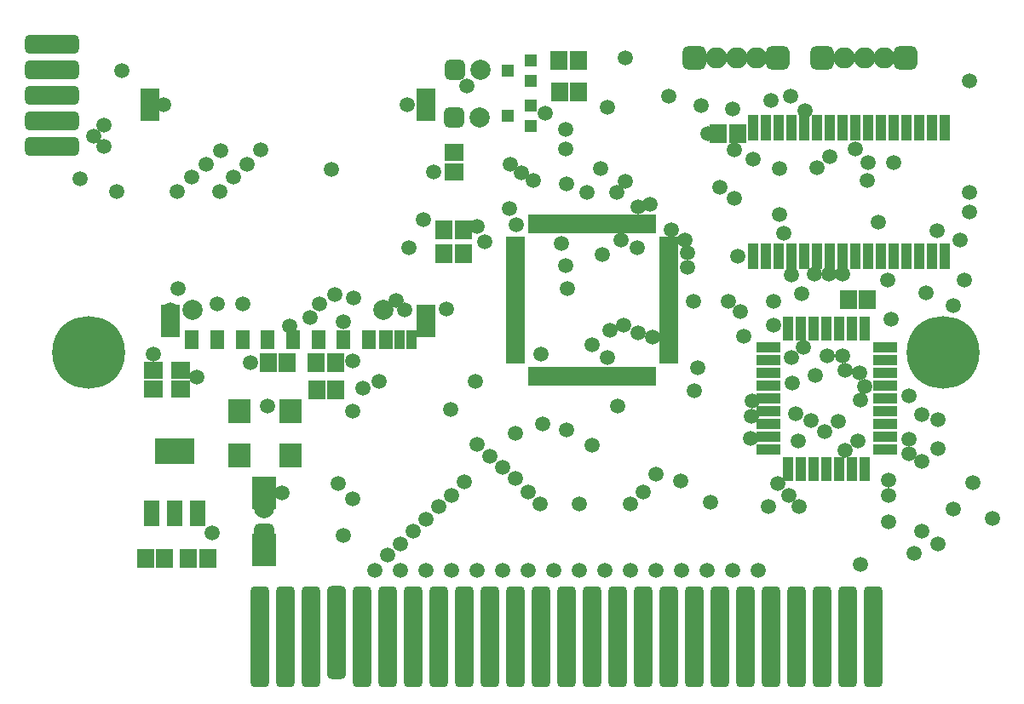
<source format=gts>
G04*
G04  File:            SD-MAPPER-FINAL_VERSION.GTS, Fri Dec 19 17:45:42 2014*
G04  Source:          P-CAD 2002 PCB (6/400) TRIAL VERSION - 1 days left, Version 17.01.22, (E:\Eletro\P-CAD_PCI\SD-Mapper\SD-Mapper-final_version.PCB)*
G04  Format:          Gerber Format (RS-274-D), ASCII*
G04*
G04  Format Options:  Absolute Positioning*
G04                   Leading-Zero Suppression*
G04                   Scale Factor 1:1*
G04                   NO Circular Interpolation*
G04                   Inch Units*
G04                   Numeric Format: 4.4 (XXXX.XXXX)*
G04                   G54 NOT Used for Aperture Change*
G04                   Apertures Embedded*
G04*
G04  File Options:    Offset = (0.0mil,0.0mil)*
G04                   Drill Symbol Size = 80.0mil*
G04                   Pad/Via Holes*
G04*
G04  File Contents:   Pads*
G04                   Vias*
G04                   No Designators*
G04                   No Types*
G04                   No Values*
G04                   No Drill Symbols*
G04                   Top Mask*
G04*
%INSD-MAPPER-FINAL_VERSION.GTS*%
%ICAS*%
%MOIN*%
G04*
G04  Aperture MACROs for general use --- invoked via D-code assignment *
G04*
G04  General MACRO for flashed round with rotation and/or offset hole *
%AMROTOFFROUND*
1,1,$1,0.0000,0.0000*
1,0,$2,$3,$4*%
G04*
G04  General MACRO for flashed oval (obround) with rotation and/or offset hole *
%AMROTOFFOVAL*
21,1,$1,$2,0.0000,0.0000,$3*
1,1,$4,$5,$6*
1,1,$4,0-$5,0-$6*
1,0,$7,$8,$9*%
G04*
G04  General MACRO for flashed oval (obround) with rotation and no hole *
%AMROTOVALNOHOLE*
21,1,$1,$2,0.0000,0.0000,$3*
1,1,$4,$5,$6*
1,1,$4,0-$5,0-$6*%
G04*
G04  General MACRO for flashed rectangle with rotation and/or offset hole *
%AMROTOFFRECT*
21,1,$1,$2,0.0000,0.0000,$3*
1,0,$4,$5,$6*%
G04*
G04  General MACRO for flashed rectangle with rotation and no hole *
%AMROTRECTNOHOLE*
21,1,$1,$2,0.0000,0.0000,$3*%
G04*
G04  General MACRO for flashed rounded-rectangle *
%AMROUNDRECT*
21,1,$1,$2-$4,0.0000,0.0000,$3*
21,1,$1-$4,$2,0.0000,0.0000,$3*
1,1,$4,$5,$6*
1,1,$4,$7,$8*
1,1,$4,0-$5,0-$6*
1,1,$4,0-$7,0-$8*
1,0,$9,$10,$11*%
G04*
G04  General MACRO for flashed rounded-rectangle with rotation and no hole *
%AMROUNDRECTNOHOLE*
21,1,$1,$2-$4,0.0000,0.0000,$3*
21,1,$1-$4,$2,0.0000,0.0000,$3*
1,1,$4,$5,$6*
1,1,$4,$7,$8*
1,1,$4,0-$5,0-$6*
1,1,$4,0-$7,0-$8*%
G04*
G04  General MACRO for flashed regular polygon *
%AMREGPOLY*
5,1,$1,0.0000,0.0000,$2,$3+$4*
1,0,$5,$6,$7*%
G04*
G04  General MACRO for flashed regular polygon with no hole *
%AMREGPOLYNOHOLE*
5,1,$1,0.0000,0.0000,$2,$3+$4*%
G04*
G04  General MACRO for target *
%AMTARGET*
6,0,0,$1,$2,$3,4,$4,$5,$6*%
G04*
G04  General MACRO for mounting hole *
%AMMTHOLE*
1,1,$1,0,0*
1,0,$2,0,0*
$1=$1-$2*
$1=$1/2*
21,1,$2+$1,$3,0,0,$4*
21,1,$3,$2+$1,0,0,$4*%
G04*
G04*
G04  D10 : "Ellipse X10.0mil Y10.0mil H0.0mil 0.0deg (0.0mil,0.0mil) Draw"*
G04  Disc: OuterDia=0.0100*
%ADD10C, 0.0100*%
G04  D11 : "Ellipse X12.0mil Y12.0mil H0.0mil 0.0deg (0.0mil,0.0mil) Draw"*
G04  Disc: OuterDia=0.0120*
%ADD11C, 0.0120*%
G04  D12 : "Ellipse X15.0mil Y15.0mil H0.0mil 0.0deg (0.0mil,0.0mil) Draw"*
G04  Disc: OuterDia=0.0150*
%ADD12C, 0.0150*%
G04  D13 : "Ellipse X17.0mil Y17.0mil H0.0mil 0.0deg (0.0mil,0.0mil) Draw"*
G04  Disc: OuterDia=0.0170*
%ADD13C, 0.0170*%
G04  D14 : "Ellipse X18.0mil Y18.0mil H0.0mil 0.0deg (0.0mil,0.0mil) Draw"*
G04  Disc: OuterDia=0.0180*
%ADD14C, 0.0180*%
G04  D15 : "Ellipse X2.0mil Y2.0mil H0.0mil 0.0deg (0.0mil,0.0mil) Draw"*
G04  Disc: OuterDia=0.0020*
%ADD15C, 0.0020*%
G04  D16 : "Ellipse X20.0mil Y20.0mil H0.0mil 0.0deg (0.0mil,0.0mil) Draw"*
G04  Disc: OuterDia=0.0200*
%ADD16C, 0.0200*%
G04  D17 : "Ellipse X22.0mil Y22.0mil H0.0mil 0.0deg (0.0mil,0.0mil) Draw"*
G04  Disc: OuterDia=0.0220*
%ADD17C, 0.0220*%
G04  D18 : "Ellipse X24.0mil Y24.0mil H0.0mil 0.0deg (0.0mil,0.0mil) Draw"*
G04  Disc: OuterDia=0.0240*
%ADD18C, 0.0240*%
G04  D19 : "Ellipse X26.0mil Y26.0mil H0.0mil 0.0deg (0.0mil,0.0mil) Draw"*
G04  Disc: OuterDia=0.0260*
%ADD19C, 0.0260*%
G04  D20 : "Ellipse X34.0mil Y34.0mil H0.0mil 0.0deg (0.0mil,0.0mil) Draw"*
G04  Disc: OuterDia=0.0340*
%ADD20C, 0.0340*%
G04  D21 : "Ellipse X35.0mil Y35.0mil H0.0mil 0.0deg (0.0mil,0.0mil) Draw"*
G04  Disc: OuterDia=0.0350*
%ADD21C, 0.0350*%
G04  D22 : "Ellipse X40.0mil Y40.0mil H0.0mil 0.0deg (0.0mil,0.0mil) Draw"*
G04  Disc: OuterDia=0.0400*
%ADD22C, 0.0400*%
G04  D23 : "Ellipse X45.0mil Y45.0mil H0.0mil 0.0deg (0.0mil,0.0mil) Draw"*
G04  Disc: OuterDia=0.0450*
%ADD23C, 0.0450*%
G04  D24 : "Ellipse X8.0mil Y8.0mil H0.0mil 0.0deg (0.0mil,0.0mil) Draw"*
G04  Disc: OuterDia=0.0080*
%ADD24C, 0.0080*%
G04  D25 : "Ellipse X285.0mil Y285.0mil H0.0mil 0.0deg (0.0mil,0.0mil) Flash"*
G04  Disc: OuterDia=0.2850*
%ADD25C, 0.2850*%
G04  D26 : "Ellipse X59.0mil Y59.0mil H0.0mil 0.0deg (0.0mil,0.0mil) Flash"*
G04  Disc: OuterDia=0.0590*
%ADD26C, 0.0590*%
G04  D27 : "Ellipse X64.0mil Y64.0mil H0.0mil 0.0deg (0.0mil,0.0mil) Flash"*
G04  Disc: OuterDia=0.0640*
%ADD27C, 0.0640*%
G04  D28 : "Ellipse X68.0mil Y68.0mil H0.0mil 0.0deg (0.0mil,0.0mil) Flash"*
G04  Disc: OuterDia=0.0680*
%ADD28C, 0.0680*%
G04  D29 : "Ellipse X79.0mil Y79.0mil H0.0mil 0.0deg (0.0mil,0.0mil) Flash"*
G04  Disc: OuterDia=0.0790*
%ADD29C, 0.0790*%
G04  D30 : "Ellipse X83.0mil Y83.0mil H0.0mil 0.0deg (0.0mil,0.0mil) Flash"*
G04  Disc: OuterDia=0.0830*
%ADD30C, 0.0830*%
G04  D31 : "Mounting Hole X270.0mil Y270.0mil H0.0mil 0.0deg (0.0mil,0.0mil) Flash"*
G04  Mounting Hole: Diameter=0.2700, Rotation=0.0, LineWidth=0.0050 *
%ADD31MTHOLE, 0.2700 X0.2500 X0.0050 X0.0*%
G04  D32 : "Mounting Hole X44.0mil Y44.0mil H0.0mil 0.0deg (0.0mil,0.0mil) Flash"*
G04  Mounting Hole: Diameter=0.0440, Rotation=0.0, LineWidth=0.0050 *
%ADD32MTHOLE, 0.0440 X0.0240 X0.0050 X0.0*%
G04  D33 : "Mounting Hole X64.0mil Y64.0mil H0.0mil 0.0deg (0.0mil,0.0mil) Flash"*
G04  Mounting Hole: Diameter=0.0640, Rotation=0.0, LineWidth=0.0050 *
%ADD33MTHOLE, 0.0640 X0.0440 X0.0050 X0.0*%
G04  D34 : "Rounded Rectangle X196.9mil Y60.0mil H0.0mil 0.0deg (0.0mil,0.0mil) Flash"*
G04  RoundRct: DimX=0.1969, DimY=0.0600, CornerRad=0.0150, Rotation=0.0, OffsetX=0.0000, OffsetY=0.0000, HoleDia=0.0000 *
%ADD34ROUNDRECTNOHOLE, 0.1969 X0.0600 X0.0 X0.0300 X-0.0834 X-0.0150 X-0.0834 X0.0150*%
G04  D35 : "Rounded Rectangle X60.0mil Y350.0mil H0.0mil 0.0deg (0.0mil,0.0mil) Flash"*
G04  RoundRct: DimX=0.0600, DimY=0.3500, CornerRad=0.0150, Rotation=0.0, OffsetX=0.0000, OffsetY=0.0000, HoleDia=0.0000 *
%ADD35ROUNDRECTNOHOLE, 0.0600 X0.3500 X0.0 X0.0300 X-0.0150 X-0.1600 X-0.0150 X0.1600*%
G04  D36 : "Rounded Rectangle X60.0mil Y380.0mil H0.0mil 0.0deg (0.0mil,0.0mil) Flash"*
G04  RoundRct: DimX=0.0600, DimY=0.3800, CornerRad=0.0150, Rotation=0.0, OffsetX=0.0000, OffsetY=0.0000, HoleDia=0.0000 *
%ADD36ROUNDRECTNOHOLE, 0.0600 X0.3800 X0.0 X0.0300 X-0.0150 X-0.1750 X-0.0150 X0.1750*%
G04  D37 : "Rounded Rectangle X64.0mil Y64.0mil H0.0mil 0.0deg (0.0mil,0.0mil) Flash"*
G04  RoundRct: DimX=0.0640, DimY=0.0640, CornerRad=0.0160, Rotation=0.0, OffsetX=0.0000, OffsetY=0.0000, HoleDia=0.0000 *
%ADD37ROUNDRECTNOHOLE, 0.0640 X0.0640 X0.0 X0.0320 X-0.0160 X-0.0160 X-0.0160 X0.0160*%
G04  D38 : "Rounded Rectangle X211.9mil Y75.0mil H0.0mil 0.0deg (0.0mil,0.0mil) Flash"*
G04  RoundRct: DimX=0.2119, DimY=0.0750, CornerRad=0.0187, Rotation=0.0, OffsetX=0.0000, OffsetY=0.0000, HoleDia=0.0000 *
%ADD38ROUNDRECTNOHOLE, 0.2119 X0.0750 X0.0 X0.0375 X-0.0872 X-0.0187 X-0.0872 X0.0187*%
G04  D39 : "Rounded Rectangle X75.0mil Y365.0mil H0.0mil 0.0deg (0.0mil,0.0mil) Flash"*
G04  RoundRct: DimX=0.0750, DimY=0.3650, CornerRad=0.0187, Rotation=0.0, OffsetX=0.0000, OffsetY=0.0000, HoleDia=0.0000 *
%ADD39ROUNDRECTNOHOLE, 0.0750 X0.3650 X0.0 X0.0375 X-0.0187 X-0.1638 X-0.0187 X0.1638*%
G04  D40 : "Rounded Rectangle X75.0mil Y395.0mil H0.0mil 0.0deg (0.0mil,0.0mil) Flash"*
G04  RoundRct: DimX=0.0750, DimY=0.3950, CornerRad=0.0187, Rotation=0.0, OffsetX=0.0000, OffsetY=0.0000, HoleDia=0.0000 *
%ADD40ROUNDRECTNOHOLE, 0.0750 X0.3950 X0.0 X0.0375 X-0.0187 X-0.1788 X-0.0187 X0.1788*%
G04  D41 : "Rounded Rectangle X78.0mil Y78.0mil H0.0mil 0.0deg (0.0mil,0.0mil) Flash"*
G04  RoundRct: DimX=0.0780, DimY=0.0780, CornerRad=0.0195, Rotation=0.0, OffsetX=0.0000, OffsetY=0.0000, HoleDia=0.0000 *
%ADD41ROUNDRECTNOHOLE, 0.0780 X0.0780 X0.0 X0.0390 X-0.0195 X-0.0195 X-0.0195 X0.0195*%
G04  D42 : "Rounded Rectangle X79.0mil Y79.0mil H0.0mil 0.0deg (0.0mil,0.0mil) Flash"*
G04  RoundRct: DimX=0.0790, DimY=0.0790, CornerRad=0.0198, Rotation=0.0, OffsetX=0.0000, OffsetY=0.0000, HoleDia=0.0000 *
%ADD42ROUNDRECTNOHOLE, 0.0790 X0.0790 X0.0 X0.0395 X-0.0198 X-0.0198 X-0.0198 X0.0198*%
G04  D43 : "Rounded Rectangle X93.0mil Y93.0mil H0.0mil 0.0deg (0.0mil,0.0mil) Flash"*
G04  RoundRct: DimX=0.0930, DimY=0.0930, CornerRad=0.0233, Rotation=0.0, OffsetX=0.0000, OffsetY=0.0000, HoleDia=0.0000 *
%ADD43ROUNDRECTNOHOLE, 0.0930 X0.0930 X0.0 X0.0465 X-0.0233 X-0.0233 X-0.0233 X0.0233*%
G04  D44 : "Rectangle X11.8mil Y63.0mil H0.0mil 0.0deg (0.0mil,0.0mil) Flash"*
G04  Rectangular: DimX=0.0118, DimY=0.0630, Rotation=0.0, OffsetX=0.0000, OffsetY=0.0000, HoleDia=0.0000 *
%ADD44R, 0.0118 X0.0630*%
G04  D45 : "Rectangle X63.0mil Y11.8mil H0.0mil 0.0deg (0.0mil,0.0mil) Flash"*
G04  Rectangular: DimX=0.0630, DimY=0.0118, Rotation=0.0, OffsetX=0.0000, OffsetY=0.0000, HoleDia=0.0000 *
%ADD45R, 0.0630 X0.0118*%
G04  D46 : "Rectangle X141.7mil Y86.6mil H0.0mil 0.0deg (0.0mil,0.0mil) Flash"*
G04  Rectangular: DimX=0.1417, DimY=0.0866, Rotation=0.0, OffsetX=0.0000, OffsetY=0.0000, HoleDia=0.0000 *
%ADD46R, 0.1417 X0.0866*%
G04  D47 : "Rectangle X156.7mil Y101.6mil H0.0mil 0.0deg (0.0mil,0.0mil) Flash"*
G04  Rectangular: DimX=0.1567, DimY=0.1016, Rotation=0.0, OffsetX=0.0000, OffsetY=0.0000, HoleDia=0.0000 *
%ADD47R, 0.1567 X0.1016*%
G04  D48 : "Rectangle X23.6mil Y78.7mil H0.0mil 0.0deg (0.0mil,0.0mil) Flash"*
G04  Rectangular: DimX=0.0236, DimY=0.0787, Rotation=0.0, OffsetX=0.0000, OffsetY=0.0000, HoleDia=0.0000 *
%ADD48R, 0.0236 X0.0787*%
G04  D49 : "Rectangle X78.7mil Y23.6mil H0.0mil 0.0deg (0.0mil,0.0mil) Flash"*
G04  Rectangular: DimX=0.0787, DimY=0.0236, Rotation=0.0, OffsetX=0.0000, OffsetY=0.0000, HoleDia=0.0000 *
%ADD49R, 0.0787 X0.0236*%
G04  D50 : "Rectangle X23.6mil Y86.6mil H0.0mil 0.0deg (0.0mil,0.0mil) Flash"*
G04  Rectangular: DimX=0.0236, DimY=0.0866, Rotation=0.0, OffsetX=0.0000, OffsetY=0.0000, HoleDia=0.0000 *
%ADD50R, 0.0236 X0.0866*%
G04  D51 : "Rectangle X26.0mil Y60.0mil H0.0mil 0.0deg (0.0mil,0.0mil) Flash"*
G04  Rectangular: DimX=0.0260, DimY=0.0600, Rotation=0.0, OffsetX=0.0000, OffsetY=0.0000, HoleDia=0.0000 *
%ADD51R, 0.0260 X0.0600*%
G04  D52 : "Rectangle X26.8mil Y78.0mil H0.0mil 0.0deg (0.0mil,0.0mil) Flash"*
G04  Rectangular: DimX=0.0268, DimY=0.0780, Rotation=0.0, OffsetX=0.0000, OffsetY=0.0000, HoleDia=0.0000 *
%ADD52R, 0.0268 X0.0780*%
G04  D53 : "Rectangle X78.0mil Y26.8mil H0.0mil 0.0deg (0.0mil,0.0mil) Flash"*
G04  Rectangular: DimX=0.0780, DimY=0.0268, Rotation=0.0, OffsetX=0.0000, OffsetY=0.0000, HoleDia=0.0000 *
%ADD53R, 0.0780 X0.0268*%
G04  D54 : "Rectangle X32.0mil Y32.0mil H0.0mil 0.0deg (0.0mil,0.0mil) Flash"*
G04  Square: Side=0.0320, Rotation=0.0, OffsetX=0.0000, OffsetY=0.0000, HoleDia=0.0000*
%ADD54R, 0.0320 X0.0320*%
G04  D55 : "Rectangle X38.6mil Y101.6mil H0.0mil 0.0deg (0.0mil,0.0mil) Flash"*
G04  Rectangular: DimX=0.0386, DimY=0.1016, Rotation=0.0, OffsetX=0.0000, OffsetY=0.0000, HoleDia=0.0000 *
%ADD55R, 0.0386 X0.1016*%
G04  D56 : "Rectangle X38.6mil Y93.7mil H0.0mil 0.0deg (0.0mil,0.0mil) Flash"*
G04  Rectangular: DimX=0.0386, DimY=0.0937, Rotation=0.0, OffsetX=0.0000, OffsetY=0.0000, HoleDia=0.0000 *
%ADD56R, 0.0386 X0.0937*%
G04  D57 : "Rectangle X93.7mil Y38.6mil H0.0mil 0.0deg (0.0mil,0.0mil) Flash"*
G04  Rectangular: DimX=0.0937, DimY=0.0386, Rotation=0.0, OffsetX=0.0000, OffsetY=0.0000, HoleDia=0.0000 *
%ADD57R, 0.0937 X0.0386*%
G04  D58 : "Rectangle X40.0mil Y60.0mil H0.0mil 0.0deg (0.0mil,0.0mil) Flash"*
G04  Rectangular: DimX=0.0400, DimY=0.0600, Rotation=0.0, OffsetX=0.0000, OffsetY=0.0000, HoleDia=0.0000 *
%ADD58R, 0.0400 X0.0600*%
G04  D59 : "Rectangle X41.0mil Y75.0mil H0.0mil 0.0deg (0.0mil,0.0mil) Flash"*
G04  Rectangular: DimX=0.0410, DimY=0.0750, Rotation=0.0, OffsetX=0.0000, OffsetY=0.0000, HoleDia=0.0000 *
%ADD59R, 0.0410 X0.0750*%
G04  D60 : "Rectangle X47.0mil Y47.0mil H0.0mil 0.0deg (0.0mil,0.0mil) Flash"*
G04  Square: Side=0.0470, Rotation=0.0, OffsetX=0.0000, OffsetY=0.0000, HoleDia=0.0000*
%ADD60R, 0.0470 X0.0470*%
G04  D61 : "Rectangle X47.2mil Y86.6mil H0.0mil 0.0deg (0.0mil,0.0mil) Flash"*
G04  Rectangular: DimX=0.0472, DimY=0.0866, Rotation=0.0, OffsetX=0.0000, OffsetY=0.0000, HoleDia=0.0000 *
%ADD61R, 0.0472 X0.0866*%
G04  D62 : "Rectangle X51.2mil Y59.1mil H0.0mil 0.0deg (0.0mil,0.0mil) Flash"*
G04  Rectangular: DimX=0.0512, DimY=0.0591, Rotation=0.0, OffsetX=0.0000, OffsetY=0.0000, HoleDia=0.0000 *
%ADD62R, 0.0512 X0.0591*%
G04  D63 : "Rectangle X59.1mil Y51.2mil H0.0mil 0.0deg (0.0mil,0.0mil) Flash"*
G04  Rectangular: DimX=0.0591, DimY=0.0512, Rotation=0.0, OffsetX=0.0000, OffsetY=0.0000, HoleDia=0.0000 *
%ADD63R, 0.0591 X0.0512*%
G04  D64 : "Rectangle X55.0mil Y75.0mil H0.0mil 0.0deg (0.0mil,0.0mil) Flash"*
G04  Rectangular: DimX=0.0550, DimY=0.0750, Rotation=0.0, OffsetX=0.0000, OffsetY=0.0000, HoleDia=0.0000 *
%ADD64R, 0.0550 X0.0750*%
G04  D65 : "Rectangle X58.0mil Y110.0mil H0.0mil 0.0deg (0.0mil,0.0mil) Flash"*
G04  Rectangular: DimX=0.0580, DimY=0.1100, Rotation=0.0, OffsetX=0.0000, OffsetY=0.0000, HoleDia=0.0000 *
%ADD65R, 0.0580 X0.1100*%
G04  D66 : "Rectangle X62.2mil Y101.6mil H0.0mil 0.0deg (0.0mil,0.0mil) Flash"*
G04  Rectangular: DimX=0.0622, DimY=0.1016, Rotation=0.0, OffsetX=0.0000, OffsetY=0.0000, HoleDia=0.0000 *
%ADD66R, 0.0622 X0.1016*%
G04  D67 : "Rectangle X66.2mil Y74.1mil H0.0mil 0.0deg (0.0mil,0.0mil) Flash"*
G04  Rectangular: DimX=0.0662, DimY=0.0741, Rotation=0.0, OffsetX=0.0000, OffsetY=0.0000, HoleDia=0.0000 *
%ADD67R, 0.0662 X0.0741*%
G04  D68 : "Rectangle X74.1mil Y66.2mil H0.0mil 0.0deg (0.0mil,0.0mil) Flash"*
G04  Rectangular: DimX=0.0741, DimY=0.0662, Rotation=0.0, OffsetX=0.0000, OffsetY=0.0000, HoleDia=0.0000 *
%ADD68R, 0.0741 X0.0662*%
G04  D69 : "Rectangle X72.0mil Y80.0mil H0.0mil 0.0deg (0.0mil,0.0mil) Flash"*
G04  Rectangular: DimX=0.0720, DimY=0.0800, Rotation=0.0, OffsetX=0.0000, OffsetY=0.0000, HoleDia=0.0000 *
%ADD69R, 0.0720 X0.0800*%
G04  D70 : "Rectangle X73.0mil Y125.0mil H0.0mil 0.0deg (0.0mil,0.0mil) Flash"*
G04  Rectangular: DimX=0.0730, DimY=0.1250, Rotation=0.0, OffsetX=0.0000, OffsetY=0.0000, HoleDia=0.0000 *
%ADD70R, 0.0730 X0.1250*%
G04  D71 : "Rectangle X80.0mil Y110.0mil H0.0mil 0.0deg (0.0mil,0.0mil) Flash"*
G04  Rectangular: DimX=0.0800, DimY=0.1100, Rotation=0.0, OffsetX=0.0000, OffsetY=0.0000, HoleDia=0.0000 *
%ADD71R, 0.0800 X0.1100*%
G04  D72 : "Rectangle X87.0mil Y95.0mil H0.0mil 0.0deg (0.0mil,0.0mil) Flash"*
G04  Rectangular: DimX=0.0870, DimY=0.0950, Rotation=0.0, OffsetX=0.0000, OffsetY=0.0000, HoleDia=0.0000 *
%ADD72R, 0.0870 X0.0950*%
G04  D73 : "Rectangle X95.0mil Y125.0mil H0.0mil 0.0deg (0.0mil,0.0mil) Flash"*
G04  Rectangular: DimX=0.0950, DimY=0.1250, Rotation=0.0, OffsetX=0.0000, OffsetY=0.0000, HoleDia=0.0000 *
%ADD73R, 0.0950 X0.1250*%
G04  D74 : "Ellipse X44.0mil Y44.0mil H0.0mil 0.0deg (0.0mil,0.0mil) Flash"*
G04  Disc: OuterDia=0.0440*
%ADD74C, 0.0440*%
G04*
%FSLAX44Y44*%
%SFA1B1*%
%OFA0.0000B0.0000*%
G04*
G70*
G90*
G01*
D2*
%LNTop Mask*%
D26*
X32400Y86260D3*
Y85430D3*
X31970Y85850D3*
X34330Y77300D3*
X35270Y79890D3*
X35260Y83670D3*
X36610Y70300D3*
X38130Y76980D3*
X36820Y79290D3*
X37830Y79270D3*
X36910Y83660D3*
X36960Y85290D3*
X38530Y85300D3*
X36390Y84750D3*
X37970D3*
X41410Y79640D3*
X40820Y79270D3*
X40450Y78750D3*
X39640Y78420D3*
X41270Y84540D3*
X43490Y69450D3*
X43990Y69890D3*
X44490Y70360D3*
X43140Y76250D3*
X42530Y75970D3*
X43830Y79400D3*
X44310Y81490D3*
X45490Y71340D3*
X46490Y72300D3*
X46990Y73790D3*
X47490Y73320D3*
X46930Y76250D3*
X45770Y79080D3*
D67*
X45700Y82170D3*
X46448D3*
D26*
X46980Y82310D3*
X47290Y81710D3*
D29*
X47110Y88430D3*
D42*
X46110D3*
D26*
X46580Y87810D3*
X49460Y71450D3*
X50490Y74340D3*
X49540Y74580D3*
X48490Y72440D3*
Y74220D3*
X49470Y77300D3*
X50510Y79860D3*
X48530Y82360D3*
X50290Y81650D3*
X48730Y84400D3*
X50460Y85350D3*
X48300Y84750D3*
X50450Y86100D3*
X52990Y71450D3*
X51490Y73740D3*
X52070Y77190D3*
X51480Y77670D3*
X52720Y78430D3*
X52460Y83640D3*
X52610Y81780D3*
X53250Y81470D3*
X53270Y83080D3*
X51830Y84560D3*
X52790Y88900D3*
X56110Y71500D3*
X54940Y72340D3*
X55610Y76760D3*
X55480Y75880D3*
X55220Y80700D3*
X55440Y79390D3*
X55110Y81790D3*
X54590Y82170D3*
X56020Y85930D3*
X54490Y87400D3*
X59580Y71340D3*
X58370D3*
X59550Y73900D3*
X57690Y74020D3*
X59290Y77180D3*
X59330Y76160D3*
X57750Y75490D3*
X58590Y78450D3*
Y79390D3*
X59270Y80410D3*
X59670Y79670D3*
X59000Y82030D3*
X58830Y82780D3*
Y84560D3*
X57800Y84930D3*
X59260Y87400D3*
X61890Y73900D3*
X61390Y73530D3*
X60580Y74280D3*
X61120Y74670D3*
X60690Y77230D3*
X61300Y77240D3*
X61370Y76680D3*
X61940Y76560D3*
X62150Y76050D3*
X61970Y75520D3*
D67*
X61520Y79440D3*
X62268D3*
D26*
X60750Y80450D3*
X61300Y80440D3*
X62680Y82480D3*
X62300Y84820D3*
X60800Y85040D3*
X60300Y84610D3*
X61800Y85350D3*
X65620Y71240D3*
X64080Y69520D3*
X65030Y69890D3*
X64400Y70360D3*
X63890Y73420D3*
X65030Y73620D3*
X64400Y73110D3*
X63890Y73990D3*
Y75690D3*
X64560Y79710D3*
X65610Y79200D3*
X65000Y82130D3*
X67140Y70870D3*
X31450Y84180D3*
D67*
X34020Y69320D3*
X34768D3*
D68*
X34330Y76690D3*
Y75941D3*
X35390Y76690D3*
Y75941D3*
D26*
X34710Y87060D3*
X37460Y84240D3*
X39360Y71870D3*
X41540Y72240D3*
D67*
X41460Y75910D3*
X40711D3*
D26*
X42990Y68850D3*
X43990D3*
X44250Y87060D3*
X45990Y68850D3*
X46000Y71780D3*
X46990Y68850D3*
D67*
X45700Y81230D3*
X46448D3*
D26*
X45960Y75130D3*
D29*
X47100Y86560D3*
D42*
X46100D3*
D26*
X50000Y68850D3*
X48990D3*
Y71900D3*
X49190Y84100D3*
X50500Y83980D3*
X50460Y80790D3*
X49640Y86740D3*
X52990Y68840D3*
X53490Y71920D3*
X51990Y68850D3*
X52200Y78230D3*
X53280Y78150D3*
X51870Y81210D3*
X52800Y84090D3*
X52490Y75280D3*
X52070Y86980D3*
X55980Y68850D3*
X54980D3*
X56470Y83850D3*
X55210Y81260D3*
X55760Y87050D3*
X59170Y71780D3*
X58740Y72230D3*
X57990Y68850D3*
X57410Y78020D3*
X57720Y74890D3*
X59440Y74970D3*
X58490Y87250D3*
X61970Y69070D3*
X62260Y84120D3*
X65030Y74730D3*
X64400Y74950D3*
X66390Y72280D3*
D68*
X46100Y84450D3*
Y85198D3*
D26*
X36010Y76410D3*
X32880Y83670D3*
X33070Y88420D3*
D42*
X38650Y70270D3*
D29*
Y71270D3*
D73*
Y69650D3*
D26*
X41760Y70200D3*
X44990Y70830D3*
X42120Y71640D3*
X47990Y72880D3*
D67*
X41450Y76980D3*
X40701D3*
X38820D3*
X39568D3*
D26*
X42120Y77030D3*
X42150Y79500D3*
X41760Y78580D3*
X44880Y82590D3*
X48260Y83010D3*
X45290Y84450D3*
X50990Y71450D3*
X53990Y72600D3*
X59740Y77570D3*
X60230Y76490D3*
X57290Y78990D3*
X56810Y79390D3*
X60180Y80450D3*
X57060Y83420D3*
X53760Y83170D3*
X51280Y83650D3*
D67*
X56430Y85930D3*
X57178D3*
D26*
X57060Y85300D3*
D67*
X50200Y88810D3*
X50948D3*
X50210Y87560D3*
X50958D3*
D43*
X58750Y88900D3*
X55490D3*
D30*
X57920D3*
X56350D3*
X57140D3*
D26*
X63100Y70750D3*
X63080Y72390D3*
X66060Y80220D3*
X63170Y78680D3*
X63050Y80200D3*
X65870Y81760D3*
X66240Y83650D3*
Y82870D3*
X63290Y84800D3*
X66240Y88010D3*
D67*
X35690Y69310D3*
X36438D3*
D25*
X31770Y77390D3*
D26*
X35830Y84240D3*
D73*
X38640Y71870D3*
D26*
X44990Y68850D3*
X47990D3*
X42120Y75090D3*
X38780Y75280D3*
X50990Y68850D3*
X53990D3*
X56990D3*
X60050Y74710D3*
X57200Y81150D3*
X53840Y77970D3*
X57000Y86910D3*
X59810Y86850D3*
X63100Y71770D3*
D25*
X65230Y77390D3*
D66*
X34240Y71060D3*
X36051D3*
X35145D3*
D47*
Y73500D3*
D38*
X30350Y85440D3*
Y86440D3*
Y88440D3*
Y89440D3*
Y87440D3*
D60*
X48200Y88420D3*
X49070Y88820D3*
Y88020D3*
D43*
X63750Y88900D3*
X60490D3*
D30*
X62920D3*
X61350D3*
X62140D3*
D52*
X49119Y76435D3*
X49316D3*
X49513D3*
X49710D3*
X49907D3*
X50104D3*
X50301D3*
X50497D3*
X50694D3*
X50891D3*
X51088D3*
X51285D3*
X49119Y82419D3*
X49316D3*
X49513D3*
X49710D3*
X49907D3*
X50104D3*
X50301D3*
X50497D3*
X50694D3*
X50891D3*
X51088D3*
X51285D3*
X51678Y76435D3*
X51875D3*
X52072D3*
X52269D3*
X52466D3*
X52663D3*
X52860D3*
X53056D3*
X53253D3*
X53450D3*
X53647D3*
X53844D3*
X51678Y82419D3*
X51875D3*
X52072D3*
X52269D3*
X52466D3*
X52663D3*
X52860D3*
X53056D3*
X53253D3*
X53450D3*
X53647D3*
X53844D3*
D53*
X48490Y77065D3*
Y77262D3*
Y77459D3*
Y77656D3*
Y77852D3*
Y78049D3*
Y78246D3*
Y78443D3*
Y78640D3*
Y78837D3*
Y79034D3*
Y79230D3*
Y79624D3*
Y79427D3*
Y80018D3*
Y80215D3*
Y80412D3*
Y80608D3*
Y80805D3*
Y81002D3*
Y81199D3*
Y81396D3*
Y81593D3*
Y81790D3*
X54474Y77065D3*
Y77262D3*
Y77459D3*
Y77656D3*
Y77852D3*
Y78049D3*
Y78246D3*
Y78443D3*
Y78640D3*
Y78837D3*
Y79034D3*
Y79230D3*
Y79624D3*
Y79427D3*
Y80018D3*
Y80215D3*
Y80412D3*
Y80608D3*
Y80805D3*
Y81002D3*
Y81199D3*
Y81396D3*
Y81593D3*
Y81790D3*
X48490Y79821D3*
D52*
X51482Y76435D3*
Y82419D3*
D53*
X54474Y79821D3*
D60*
X48200Y86630D3*
X49070Y87030D3*
Y86230D3*
D70*
X44980Y87070D3*
X34200D3*
X34990Y78600D3*
X44980Y78610D3*
D29*
X35850Y79040D3*
D26*
X44160D3*
D59*
X44430Y77890D3*
X43960D3*
D64*
X43410D3*
X35810D3*
X36830D3*
X37820D3*
X38800D3*
X39790D3*
X40770D3*
X41750D3*
X42740D3*
D29*
X43310Y79040D3*
D26*
X35000D3*
D72*
X39700Y75080D3*
X37700D3*
Y73350D3*
X39700D3*
D55*
X65300Y86189D3*
X64800D3*
X64300D3*
X63300D3*
X62800D3*
X62300D3*
X61800D3*
X61300D3*
X60300D3*
X59800D3*
X58800D3*
X58300D3*
X59300D3*
X63800D3*
X60800D3*
X57800D3*
X65300Y81150D3*
X64800D3*
X64300D3*
X63300D3*
X62800D3*
X62300D3*
X61800D3*
X61300D3*
X60300D3*
X59800D3*
X59300D3*
X58800D3*
X58300D3*
X63800D3*
X60800D3*
X57800D3*
D57*
X58376Y77564D3*
Y77064D3*
Y76564D3*
Y76064D3*
Y75564D3*
X62943Y77564D3*
Y77064D3*
Y76564D3*
Y76064D3*
Y75564D3*
X58376Y75064D3*
Y74564D3*
Y74064D3*
Y73564D3*
D56*
X59160Y72808D3*
X59660D3*
X60160D3*
D57*
X62943Y75064D3*
Y74564D3*
Y74064D3*
Y73564D3*
D56*
X61160Y72808D3*
X61660D3*
X62160D3*
X60660D3*
X59160Y78320D3*
X59660D3*
X60160D3*
X61160D3*
X61660D3*
X62160D3*
X60660D3*
D40*
X38490Y66250D3*
X40490D3*
D39*
X41490Y66400D3*
D40*
X43490Y66250D3*
X44490D3*
X46490D3*
X47490D3*
X49490D3*
X50490D3*
X52490D3*
X53490D3*
X55490D3*
X56490D3*
X58490D3*
X59490D3*
X61490D3*
X62490D3*
X39490D3*
X42490D3*
X45490D3*
X48490D3*
X51490D3*
X54490D3*
X57490D3*
X60490D3*
D02M02*

</source>
